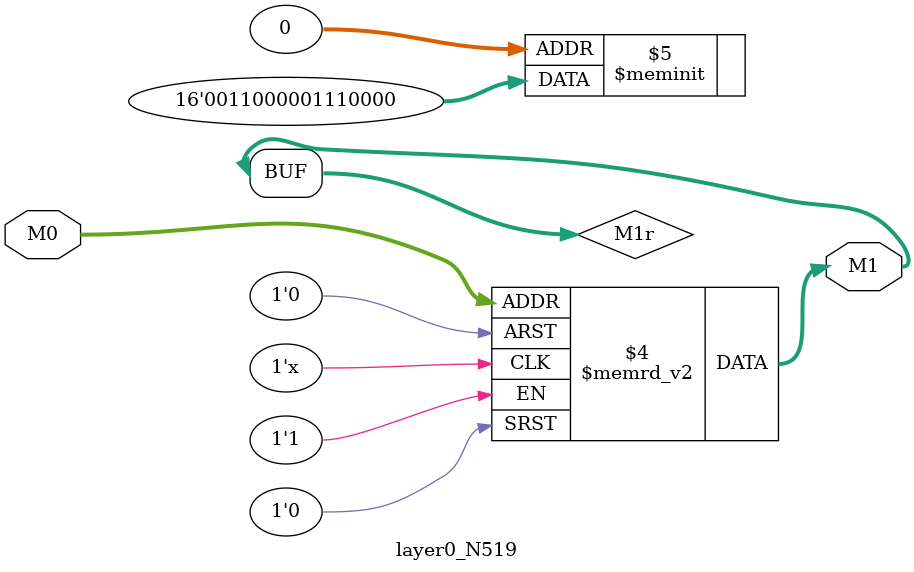
<source format=v>
module layer0_N519 ( input [2:0] M0, output [1:0] M1 );

	(*rom_style = "distributed" *) reg [1:0] M1r;
	assign M1 = M1r;
	always @ (M0) begin
		case (M0)
			3'b000: M1r = 2'b00;
			3'b100: M1r = 2'b00;
			3'b010: M1r = 2'b11;
			3'b110: M1r = 2'b11;
			3'b001: M1r = 2'b00;
			3'b101: M1r = 2'b00;
			3'b011: M1r = 2'b01;
			3'b111: M1r = 2'b00;

		endcase
	end
endmodule

</source>
